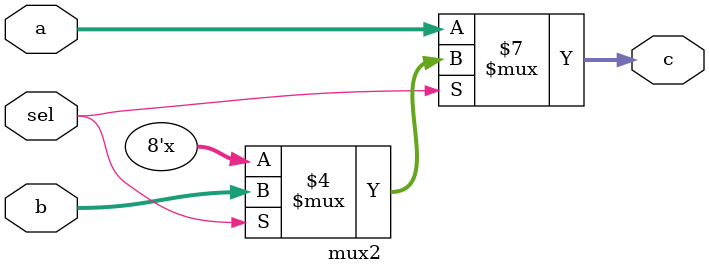
<source format=v>
`timescale 1ns / 1ps
module mux2(a,b,sel,c);
input[7:0] a,b;
input sel;
output reg [7:0] c;

always @(a or b or sel)
begin
	if (sel==0)
		c <= a;
	else if (sel == 1)
		c<= b;
end

endmodule

</source>
